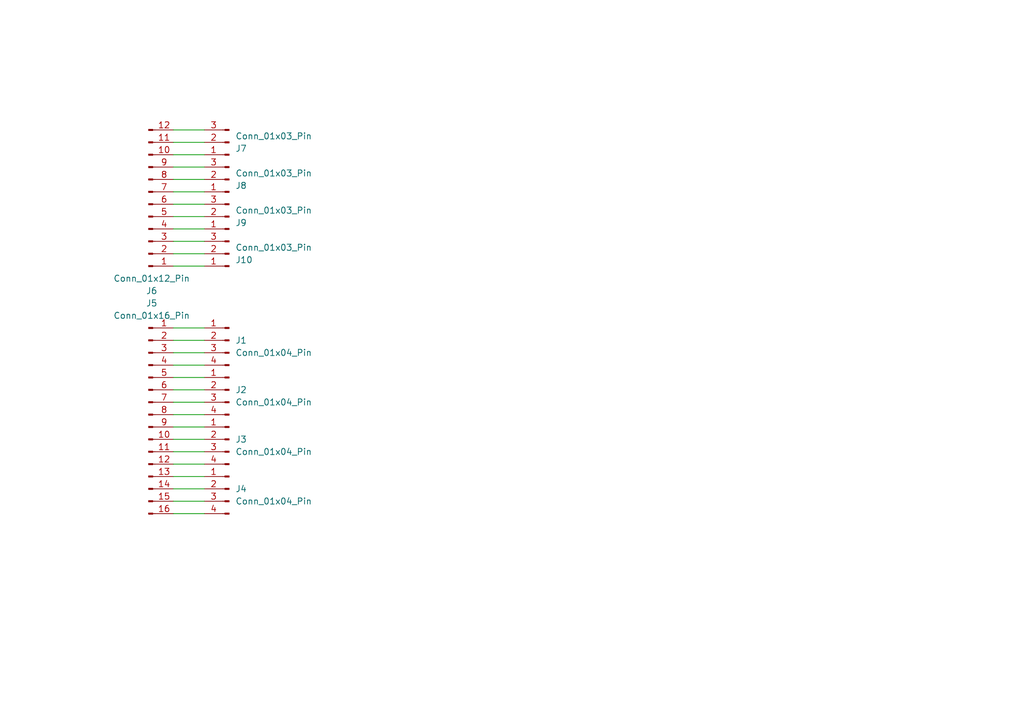
<source format=kicad_sch>
(kicad_sch (version 20250114) (generator "eeschema") (generator_version "9.0")
  (paper "A5")
  (lib_symbols
    (symbol "Connector:Conn_01x03_Pin" (pin_names (offset 1.016) (hide yes))
      (property "Reference" "J" (at 0 5.08 0))
      (property "Value" "Conn_01x03_Pin" (at 0 -5.08 0))
      (symbol "Conn_01x03_Pin_1_1"
        (rectangle (start 0.8636 2.667) (end 0 2.413) (stroke (width 0.1524)) (fill (type outline)))
        (rectangle (start 0.8636 0.127) (end 0 -0.127) (stroke (width 0.1524)) (fill (type outline)))
        (rectangle (start 0.8636 -2.413) (end 0 -2.667) (stroke (width 0.1524)) (fill (type outline)))
        (polyline (pts (xy 1.27 2.54) (xy 0.8636 2.54)) (stroke (width 0.1524)))
        (polyline (pts (xy 1.27 0) (xy 0.8636 0)) (stroke (width 0.1524)))
        (polyline (pts (xy 1.27 -2.54) (xy 0.8636 -2.54)) (stroke (width 0.1524)))
        (pin passive line (at 5.08 2.54 180) (length 3.81) (name "Pin_1") (number "1"))
        (pin passive line (at 5.08 0 180) (length 3.81) (name "Pin_2") (number "2"))
        (pin passive line (at 5.08 -2.54 180) (length 3.81) (name "Pin_3") (number "3"))
      )
    )
    (symbol "Connector:Conn_01x04_Pin" (pin_names (offset 1.016) (hide yes))
      (property "Reference" "J" (at 0 5.08 0))
      (property "Value" "Conn_01x04_Pin" (at 0 -7.62 0))
      (symbol "Conn_01x04_Pin_1_1"
        (rectangle (start 0.8636 2.667) (end 0 2.413) (stroke (width 0.1524)) (fill (type outline)))
        (rectangle (start 0.8636 0.127) (end 0 -0.127) (stroke (width 0.1524)) (fill (type outline)))
        (rectangle (start 0.8636 -2.413) (end 0 -2.667) (stroke (width 0.1524)) (fill (type outline)))
        (rectangle (start 0.8636 -4.953) (end 0 -5.207) (stroke (width 0.1524)) (fill (type outline)))
        (polyline (pts (xy 1.27 2.54) (xy 0.8636 2.54)) (stroke (width 0.1524)))
        (polyline (pts (xy 1.27 0) (xy 0.8636 0)) (stroke (width 0.1524)))
        (polyline (pts (xy 1.27 -2.54) (xy 0.8636 -2.54)) (stroke (width 0.1524)))
        (polyline (pts (xy 1.27 -5.08) (xy 0.8636 -5.08)) (stroke (width 0.1524)))
        (pin passive line (at 5.08 2.54 180) (length 3.81) (name "Pin_1") (number "1"))
        (pin passive line (at 5.08 0 180) (length 3.81) (name "Pin_2") (number "2"))
        (pin passive line (at 5.08 -2.54 180) (length 3.81) (name "Pin_3") (number "3"))
        (pin passive line (at 5.08 -5.08 180) (length 3.81) (name "Pin_4") (number "4"))
      )
    )
    (symbol "Connector:Conn_01x12_Pin" (pin_names (offset 1.016) (hide yes))
      (property "Reference" "J" (at 0 15.24 0))
      (property "Value" "Conn_01x12_Pin" (at 0 -17.78 0))
      (symbol "Conn_01x12_Pin_1_1"
        (rectangle (start 0.8636 12.827) (end 0 12.573) (stroke (width 0.1524)) (fill (type outline)))
        (rectangle (start 0.8636 10.287) (end 0 10.033) (stroke (width 0.1524)) (fill (type outline)))
        (rectangle (start 0.8636 7.747) (end 0 7.493) (stroke (width 0.1524)) (fill (type outline)))
        (rectangle (start 0.8636 5.207) (end 0 4.953) (stroke (width 0.1524)) (fill (type outline)))
        (rectangle (start 0.8636 2.667) (end 0 2.413) (stroke (width 0.1524)) (fill (type outline)))
        (rectangle (start 0.8636 0.127) (end 0 -0.127) (stroke (width 0.1524)) (fill (type outline)))
        (rectangle (start 0.8636 -2.413) (end 0 -2.667) (stroke (width 0.1524)) (fill (type outline)))
        (rectangle (start 0.8636 -4.953) (end 0 -5.207) (stroke (width 0.1524)) (fill (type outline)))
        (rectangle (start 0.8636 -7.493) (end 0 -7.747) (stroke (width 0.1524)) (fill (type outline)))
        (rectangle (start 0.8636 -10.033) (end 0 -10.287) (stroke (width 0.1524)) (fill (type outline)))
        (rectangle (start 0.8636 -12.573) (end 0 -12.827) (stroke (width 0.1524)) (fill (type outline)))
        (rectangle (start 0.8636 -15.113) (end 0 -15.367) (stroke (width 0.1524)) (fill (type outline)))
        (polyline (pts (xy 1.27 12.7) (xy 0.8636 12.7)) (stroke (width 0.1524)))
        (polyline (pts (xy 1.27 10.16) (xy 0.8636 10.16)) (stroke (width 0.1524)))
        (polyline (pts (xy 1.27 7.62) (xy 0.8636 7.62)) (stroke (width 0.1524)))
        (polyline (pts (xy 1.27 5.08) (xy 0.8636 5.08)) (stroke (width 0.1524)))
        (polyline (pts (xy 1.27 2.54) (xy 0.8636 2.54)) (stroke (width 0.1524)))
        (polyline (pts (xy 1.27 0) (xy 0.8636 0)) (stroke (width 0.1524)))
        (polyline (pts (xy 1.27 -2.54) (xy 0.8636 -2.54)) (stroke (width 0.1524)))
        (polyline (pts (xy 1.27 -5.08) (xy 0.8636 -5.08)) (stroke (width 0.1524)))
        (polyline (pts (xy 1.27 -7.62) (xy 0.8636 -7.62)) (stroke (width 0.1524)))
        (polyline (pts (xy 1.27 -10.16) (xy 0.8636 -10.16)) (stroke (width 0.1524)))
        (polyline (pts (xy 1.27 -12.7) (xy 0.8636 -12.7)) (stroke (width 0.1524)))
        (polyline (pts (xy 1.27 -15.24) (xy 0.8636 -15.24)) (stroke (width 0.1524)))
        (pin passive line (at 5.08 12.7 180) (length 3.81) (name "Pin_1") (number "1"))
        (pin passive line (at 5.08 10.16 180) (length 3.81) (name "Pin_2") (number "2"))
        (pin passive line (at 5.08 7.62 180) (length 3.81) (name "Pin_3") (number "3"))
        (pin passive line (at 5.08 5.08 180) (length 3.81) (name "Pin_4") (number "4"))
        (pin passive line (at 5.08 2.54 180) (length 3.81) (name "Pin_5") (number "5"))
        (pin passive line (at 5.08 0 180) (length 3.81) (name "Pin_6") (number "6"))
        (pin passive line (at 5.08 -2.54 180) (length 3.81) (name "Pin_7") (number "7"))
        (pin passive line (at 5.08 -5.08 180) (length 3.81) (name "Pin_8") (number "8"))
        (pin passive line (at 5.08 -7.62 180) (length 3.81) (name "Pin_9") (number "9"))
        (pin passive line (at 5.08 -10.16 180) (length 3.81) (name "Pin_10") (number "10"))
        (pin passive line (at 5.08 -12.7 180) (length 3.81) (name "Pin_11") (number "11"))
        (pin passive line (at 5.08 -15.24 180) (length 3.81) (name "Pin_12") (number "12"))
      )
    )
    (symbol "Connector:Conn_01x16_Pin" (pin_names (offset 1.016) (hide yes))
      (property "Reference" "J" (at 0 20.32 0))
      (property "Value" "Conn_01x16_Pin" (at 0 -22.86 0))
      (symbol "Conn_01x16_Pin_1_1"
        (rectangle (start 0.8636 17.907) (end 0 17.653) (stroke (width 0.1524)) (fill (type outline)))
        (rectangle (start 0.8636 15.367) (end 0 15.113) (stroke (width 0.1524)) (fill (type outline)))
        (rectangle (start 0.8636 12.827) (end 0 12.573) (stroke (width 0.1524)) (fill (type outline)))
        (rectangle (start 0.8636 10.287) (end 0 10.033) (stroke (width 0.1524)) (fill (type outline)))
        (rectangle (start 0.8636 7.747) (end 0 7.493) (stroke (width 0.1524)) (fill (type outline)))
        (rectangle (start 0.8636 5.207) (end 0 4.953) (stroke (width 0.1524)) (fill (type outline)))
        (rectangle (start 0.8636 2.667) (end 0 2.413) (stroke (width 0.1524)) (fill (type outline)))
        (rectangle (start 0.8636 0.127) (end 0 -0.127) (stroke (width 0.1524)) (fill (type outline)))
        (rectangle (start 0.8636 -2.413) (end 0 -2.667) (stroke (width 0.1524)) (fill (type outline)))
        (rectangle (start 0.8636 -4.953) (end 0 -5.207) (stroke (width 0.1524)) (fill (type outline)))
        (rectangle (start 0.8636 -7.493) (end 0 -7.747) (stroke (width 0.1524)) (fill (type outline)))
        (rectangle (start 0.8636 -10.033) (end 0 -10.287) (stroke (width 0.1524)) (fill (type outline)))
        (rectangle (start 0.8636 -12.573) (end 0 -12.827) (stroke (width 0.1524)) (fill (type outline)))
        (rectangle (start 0.8636 -15.113) (end 0 -15.367) (stroke (width 0.1524)) (fill (type outline)))
        (rectangle (start 0.8636 -17.653) (end 0 -17.907) (stroke (width 0.1524)) (fill (type outline)))
        (rectangle (start 0.8636 -20.193) (end 0 -20.447) (stroke (width 0.1524)) (fill (type outline)))
        (polyline (pts (xy 1.27 17.78) (xy 0.8636 17.78)) (stroke (width 0.1524)))
        (polyline (pts (xy 1.27 15.24) (xy 0.8636 15.24)) (stroke (width 0.1524)))
        (polyline (pts (xy 1.27 12.7) (xy 0.8636 12.7)) (stroke (width 0.1524)))
        (polyline (pts (xy 1.27 10.16) (xy 0.8636 10.16)) (stroke (width 0.1524)))
        (polyline (pts (xy 1.27 7.62) (xy 0.8636 7.62)) (stroke (width 0.1524)))
        (polyline (pts (xy 1.27 5.08) (xy 0.8636 5.08)) (stroke (width 0.1524)))
        (polyline (pts (xy 1.27 2.54) (xy 0.8636 2.54)) (stroke (width 0.1524)))
        (polyline (pts (xy 1.27 0) (xy 0.8636 0)) (stroke (width 0.1524)))
        (polyline (pts (xy 1.27 -2.54) (xy 0.8636 -2.54)) (stroke (width 0.1524)))
        (polyline (pts (xy 1.27 -5.08) (xy 0.8636 -5.08)) (stroke (width 0.1524)))
        (polyline (pts (xy 1.27 -7.62) (xy 0.8636 -7.62)) (stroke (width 0.1524)))
        (polyline (pts (xy 1.27 -10.16) (xy 0.8636 -10.16)) (stroke (width 0.1524)))
        (polyline (pts (xy 1.27 -12.7) (xy 0.8636 -12.7)) (stroke (width 0.1524)))
        (polyline (pts (xy 1.27 -15.24) (xy 0.8636 -15.24)) (stroke (width 0.1524)))
        (polyline (pts (xy 1.27 -17.78) (xy 0.8636 -17.78)) (stroke (width 0.1524)))
        (polyline (pts (xy 1.27 -20.32) (xy 0.8636 -20.32)) (stroke (width 0.1524)))
        (pin passive line (at 5.08 17.78 180) (length 3.81) (name "Pin_1") (number "1"))
        (pin passive line (at 5.08 15.24 180) (length 3.81) (name "Pin_2") (number "2"))
        (pin passive line (at 5.08 12.7 180) (length 3.81) (name "Pin_3") (number "3"))
        (pin passive line (at 5.08 10.16 180) (length 3.81) (name "Pin_4") (number "4"))
        (pin passive line (at 5.08 7.62 180) (length 3.81) (name "Pin_5") (number "5"))
        (pin passive line (at 5.08 5.08 180) (length 3.81) (name "Pin_6") (number "6"))
        (pin passive line (at 5.08 2.54 180) (length 3.81) (name "Pin_7") (number "7"))
        (pin passive line (at 5.08 0 180) (length 3.81) (name "Pin_8") (number "8"))
        (pin passive line (at 5.08 -2.54 180) (length 3.81) (name "Pin_9") (number "9"))
        (pin passive line (at 5.08 -5.08 180) (length 3.81) (name "Pin_10") (number "10"))
        (pin passive line (at 5.08 -7.62 180) (length 3.81) (name "Pin_11") (number "11"))
        (pin passive line (at 5.08 -10.16 180) (length 3.81) (name "Pin_12") (number "12"))
        (pin passive line (at 5.08 -12.7 180) (length 3.81) (name "Pin_13") (number "13"))
        (pin passive line (at 5.08 -15.24 180) (length 3.81) (name "Pin_14") (number "14"))
        (pin passive line (at 5.08 -17.78 180) (length 3.81) (name "Pin_15") (number "15"))
        (pin passive line (at 5.08 -20.32 180) (length 3.81) (name "Pin_16") (number "16"))
      )
    )
  )
  (wire (pts (xy 41.91 95.25) (xy 35.56 95.25)))
  (wire (pts (xy 41.91 92.71) (xy 35.56 92.71)))
  (wire (pts (xy 35.56 26.67) (xy 41.91 26.67)))
  (wire (pts (xy 35.56 41.91) (xy 41.91 41.91)))
  (wire (pts (xy 35.56 36.83) (xy 41.91 36.83)))
  (wire (pts (xy 41.91 72.39) (xy 35.56 72.39)))
  (wire (pts (xy 41.91 102.87) (xy 35.56 102.87)))
  (wire (pts (xy 41.91 74.93) (xy 35.56 74.93)))
  (wire (pts (xy 35.56 31.75) (xy 41.91 31.75)))
  (wire (pts (xy 35.56 34.29) (xy 41.91 34.29)))
  (wire (pts (xy 41.91 105.41) (xy 35.56 105.41)))
  (wire (pts (xy 41.91 67.31) (xy 35.56 67.31)))
  (wire (pts (xy 35.56 39.37) (xy 41.91 39.37)))
  (wire (pts (xy 41.91 80.01) (xy 35.56 80.01)))
  (wire (pts (xy 35.56 54.61) (xy 41.91 54.61)))
  (wire (pts (xy 41.91 97.79) (xy 35.56 97.79)))
  (wire (pts (xy 41.91 77.47) (xy 35.56 77.47)))
  (wire (pts (xy 41.91 100.33) (xy 35.56 100.33)))
  (wire (pts (xy 41.91 90.17) (xy 35.56 90.17)))
  (wire (pts (xy 41.91 85.09) (xy 35.56 85.09)))
  (wire (pts (xy 41.91 82.55) (xy 35.56 82.55)))
  (wire (pts (xy 41.91 87.63) (xy 35.56 87.63)))
  (wire (pts (xy 35.56 49.53) (xy 41.91 49.53)))
  (wire (pts (xy 35.56 29.21) (xy 41.91 29.21)))
  (wire (pts (xy 35.56 52.07) (xy 41.91 52.07)))
  (wire (pts (xy 35.56 46.99) (xy 41.91 46.99)))
  (wire (pts (xy 35.56 44.45) (xy 41.91 44.45)))
  (wire (pts (xy 41.91 69.85) (xy 35.56 69.85)))
  (symbol (lib_id "Connector:Conn_01x03_Pin") (at 46.99 44.45 180) (unit 1)
    (property "Reference" "J9" (at 48.26 45.7201 0) (effects (justify right)))
    (property "Value" "Conn_01x03_Pin" (at 48.26 43.1801 0) (effects (justify right)))
    (property "Footprint" "Connector_PinHeader_2.54mm:PinHeader_1x03_P2.54mm_Vertical" (effects (hide yes)))
    (property "Description" "Generic connector, single row, 01x03, script generated" (effects (hide yes)))
  )
  (symbol (lib_id "Connector:Conn_01x03_Pin") (at 46.99 36.83 180) (unit 1)
    (property "Reference" "J8" (at 48.26 38.1001 0) (effects (justify right)))
    (property "Value" "Conn_01x03_Pin" (at 48.26 35.5601 0) (effects (justify right)))
    (property "Footprint" "Connector_PinHeader_2.54mm:PinHeader_1x03_P2.54mm_Vertical" (effects (hide yes)))
    (property "Description" "Generic connector, single row, 01x03, script generated" (effects (hide yes)))
  )
  (symbol (lib_id "Connector:Conn_01x12_Pin") (at 30.48 41.91 0) (mirror x) (unit 1)
    (property "Reference" "J6" (at 31.115 59.69 0))
    (property "Value" "Conn_01x12_Pin" (at 31.115 57.15 0))
    (property "Footprint" "Connector_PinSocket_2.54mm:PinSocket_1x12_P2.54mm_Vertical" (effects (hide yes)))
    (property "Description" "Generic connector, single row, 01x12, script generated" (effects (hide yes)))
  )
  (symbol (lib_id "Connector:Conn_01x03_Pin") (at 46.99 29.21 180) (unit 1)
    (property "Reference" "J7" (at 48.26 30.4801 0) (effects (justify right)))
    (property "Value" "Conn_01x03_Pin" (at 48.26 27.9401 0) (effects (justify right)))
    (property "Footprint" "Connector_PinHeader_2.54mm:PinHeader_1x03_P2.54mm_Vertical" (effects (hide yes)))
    (property "Description" "Generic connector, single row, 01x03, script generated" (effects (hide yes)))
  )
  (symbol (lib_id "Connector:Conn_01x04_Pin") (at 46.99 90.17 0) (mirror y) (unit 1)
    (property "Reference" "J3" (at 48.26 90.1699 0) (effects (justify right)))
    (property "Value" "Conn_01x04_Pin" (at 48.26 92.7099 0) (effects (justify right)))
    (property "Footprint" "Connector_PinHeader_2.54mm:PinHeader_1x04_P2.54mm_Vertical" (effects (hide yes)))
    (property "Description" "Generic connector, single row, 01x04, script generated" (effects (hide yes)))
  )
  (symbol (lib_id "Connector:Conn_01x04_Pin") (at 46.99 100.33 0) (mirror y) (unit 1)
    (property "Reference" "J4" (at 48.26 100.3299 0) (effects (justify right)))
    (property "Value" "Conn_01x04_Pin" (at 48.26 102.8699 0) (effects (justify right)))
    (property "Footprint" "Connector_PinHeader_2.54mm:PinHeader_1x04_P2.54mm_Vertical" (effects (hide yes)))
    (property "Description" "Generic connector, single row, 01x04, script generated" (effects (hide yes)))
  )
  (symbol (lib_id "Connector:Conn_01x03_Pin") (at 46.99 52.07 180) (unit 1)
    (property "Reference" "J10" (at 48.26 53.3401 0) (effects (justify right)))
    (property "Value" "Conn_01x03_Pin" (at 48.26 50.8001 0) (effects (justify right)))
    (property "Footprint" "Connector_PinHeader_2.54mm:PinHeader_1x03_P2.54mm_Vertical" (effects (hide yes)))
    (property "Description" "Generic connector, single row, 01x03, script generated" (effects (hide yes)))
  )
  (symbol (lib_id "Connector:Conn_01x04_Pin") (at 46.99 80.01 0) (mirror y) (unit 1)
    (property "Reference" "J2" (at 48.26 80.0099 0) (effects (justify right)))
    (property "Value" "Conn_01x04_Pin" (at 48.26 82.5499 0) (effects (justify right)))
    (property "Footprint" "Connector_PinHeader_2.54mm:PinHeader_1x04_P2.54mm_Vertical" (effects (hide yes)))
    (property "Description" "Generic connector, single row, 01x04, script generated" (effects (hide yes)))
  )
  (symbol (lib_id "Connector:Conn_01x16_Pin") (at 30.48 85.09 0) (unit 1)
    (property "Reference" "J5" (at 31.115 62.23 0))
    (property "Value" "Conn_01x16_Pin" (at 31.115 64.77 0))
    (property "Footprint" "Connector_PinSocket_2.54mm:PinSocket_1x16_P2.54mm_Vertical" (effects (hide yes)))
    (property "Description" "Generic connector, single row, 01x16, script generated" (effects (hide yes)))
  )
  (symbol (lib_id "Connector:Conn_01x04_Pin") (at 46.99 69.85 0) (mirror y) (unit 1)
    (property "Reference" "J1" (at 48.26 69.8499 0) (effects (justify right)))
    (property "Value" "Conn_01x04_Pin" (at 48.26 72.3899 0) (effects (justify right)))
    (property "Footprint" "Connector_PinHeader_2.54mm:PinHeader_1x04_P2.54mm_Vertical" (effects (hide yes)))
    (property "Description" "Generic connector, single row, 01x04, script generated" (effects (hide yes)))
  )
)
</source>
